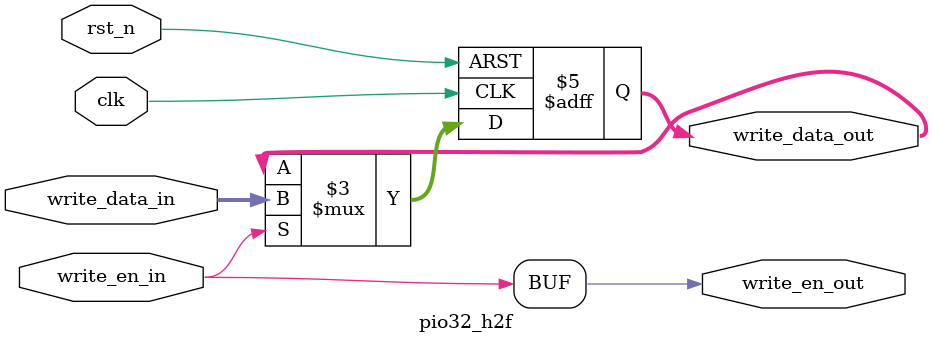
<source format=sv>
`default_nettype none

module pio32_h2f (
  input wire clk,
  input wire rst_n,

  input wire write_en_in,
  input wire [31 : 0] write_data_in,
  
  output logic write_en_out,
  output logic [31 : 0] write_data_out
);

always_ff @ (posedge clk, negedge rst_n) begin
    if (!rst_n) 
        write_data_out <= '0;
    else if (write_en_in) 
        write_data_out <= write_data_in;
end

assign write_en_out = write_en_in;

endmodule

`default_nettype wire 

</source>
